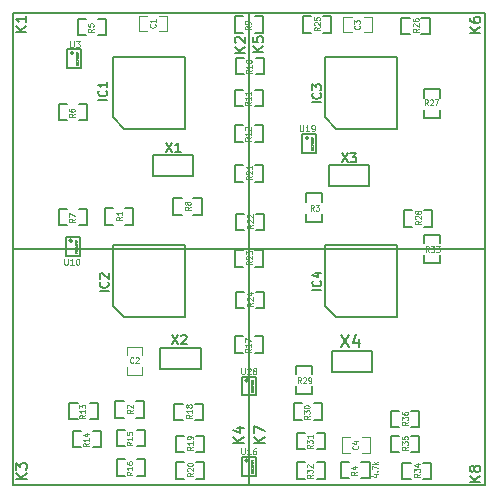
<source format=gto>
G04 (created by PCBNEW (2013-jul-07)-stable) date Tue 06 Dec 2016 12:22:59 PM PST*
%MOIN*%
G04 Gerber Fmt 3.4, Leading zero omitted, Abs format*
%FSLAX34Y34*%
G01*
G70*
G90*
G04 APERTURE LIST*
%ADD10C,0.00590551*%
%ADD11C,0.008*%
%ADD12C,0.0047*%
%ADD13C,0.006*%
%ADD14C,0.005*%
%ADD15C,0.0045*%
%ADD16C,0.004*%
%ADD17C,0.001*%
G04 APERTURE END LIST*
G54D10*
G54D11*
X35266Y-35318D02*
X34916Y-35318D01*
X35266Y-35118D02*
X35066Y-35268D01*
X34916Y-35118D02*
X35116Y-35318D01*
X35066Y-34918D02*
X35050Y-34951D01*
X35033Y-34968D01*
X35000Y-34985D01*
X34983Y-34985D01*
X34950Y-34968D01*
X34933Y-34951D01*
X34916Y-34918D01*
X34916Y-34851D01*
X34933Y-34818D01*
X34950Y-34801D01*
X34983Y-34785D01*
X35000Y-34785D01*
X35033Y-34801D01*
X35050Y-34818D01*
X35066Y-34851D01*
X35066Y-34918D01*
X35083Y-34951D01*
X35100Y-34968D01*
X35133Y-34985D01*
X35200Y-34985D01*
X35233Y-34968D01*
X35250Y-34951D01*
X35266Y-34918D01*
X35266Y-34851D01*
X35250Y-34818D01*
X35233Y-34801D01*
X35200Y-34785D01*
X35133Y-34785D01*
X35100Y-34801D01*
X35083Y-34818D01*
X35066Y-34851D01*
X28091Y-34008D02*
X27741Y-34008D01*
X28091Y-33808D02*
X27891Y-33958D01*
X27741Y-33808D02*
X27941Y-34008D01*
X27741Y-33691D02*
X27741Y-33458D01*
X28091Y-33608D01*
X35276Y-20353D02*
X34926Y-20353D01*
X35276Y-20153D02*
X35076Y-20303D01*
X34926Y-20153D02*
X35126Y-20353D01*
X34926Y-19853D02*
X34926Y-19920D01*
X34943Y-19953D01*
X34960Y-19970D01*
X35010Y-20003D01*
X35076Y-20020D01*
X35210Y-20020D01*
X35243Y-20003D01*
X35260Y-19986D01*
X35276Y-19953D01*
X35276Y-19886D01*
X35260Y-19853D01*
X35243Y-19836D01*
X35210Y-19820D01*
X35126Y-19820D01*
X35093Y-19836D01*
X35076Y-19853D01*
X35060Y-19886D01*
X35060Y-19953D01*
X35076Y-19986D01*
X35093Y-20003D01*
X35126Y-20020D01*
X28041Y-20998D02*
X27691Y-20998D01*
X28041Y-20798D02*
X27841Y-20948D01*
X27691Y-20798D02*
X27891Y-20998D01*
X27691Y-20481D02*
X27691Y-20648D01*
X27858Y-20665D01*
X27841Y-20648D01*
X27825Y-20615D01*
X27825Y-20531D01*
X27841Y-20498D01*
X27858Y-20481D01*
X27891Y-20465D01*
X27975Y-20465D01*
X28008Y-20481D01*
X28025Y-20498D01*
X28041Y-20531D01*
X28041Y-20615D01*
X28025Y-20648D01*
X28008Y-20665D01*
X27391Y-34008D02*
X27041Y-34008D01*
X27391Y-33808D02*
X27191Y-33958D01*
X27041Y-33808D02*
X27241Y-34008D01*
X27158Y-33508D02*
X27391Y-33508D01*
X27025Y-33591D02*
X27275Y-33675D01*
X27275Y-33458D01*
X20146Y-35238D02*
X19796Y-35238D01*
X20146Y-35038D02*
X19946Y-35188D01*
X19796Y-35038D02*
X19996Y-35238D01*
X19796Y-34921D02*
X19796Y-34705D01*
X19930Y-34821D01*
X19930Y-34771D01*
X19946Y-34738D01*
X19963Y-34721D01*
X19996Y-34705D01*
X20080Y-34705D01*
X20113Y-34721D01*
X20130Y-34738D01*
X20146Y-34771D01*
X20146Y-34871D01*
X20130Y-34905D01*
X20113Y-34921D01*
X27431Y-21008D02*
X27081Y-21008D01*
X27431Y-20808D02*
X27231Y-20958D01*
X27081Y-20808D02*
X27281Y-21008D01*
X27115Y-20675D02*
X27098Y-20658D01*
X27081Y-20625D01*
X27081Y-20541D01*
X27098Y-20508D01*
X27115Y-20491D01*
X27148Y-20475D01*
X27181Y-20475D01*
X27231Y-20491D01*
X27431Y-20691D01*
X27431Y-20475D01*
X20141Y-20328D02*
X19791Y-20328D01*
X20141Y-20128D02*
X19941Y-20278D01*
X19791Y-20128D02*
X19991Y-20328D01*
X20141Y-19795D02*
X20141Y-19995D01*
X20141Y-19895D02*
X19791Y-19895D01*
X19841Y-19928D01*
X19875Y-19961D01*
X19891Y-19995D01*
G54D12*
X24173Y-19783D02*
X23898Y-19783D01*
X24567Y-19783D02*
X24842Y-19783D01*
X24173Y-20295D02*
X23898Y-20295D01*
X24842Y-20295D02*
X24567Y-20295D01*
X23898Y-20289D02*
X23898Y-19789D01*
X24842Y-19789D02*
X24842Y-20289D01*
G54D11*
X24370Y-24409D02*
X25708Y-24409D01*
X25708Y-24409D02*
X25708Y-25117D01*
X25708Y-25117D02*
X24370Y-25117D01*
X24370Y-25117D02*
X24370Y-24409D01*
X24606Y-30866D02*
X25944Y-30866D01*
X25944Y-30866D02*
X25944Y-31574D01*
X25944Y-31574D02*
X24606Y-31574D01*
X24606Y-31574D02*
X24606Y-30866D01*
X30236Y-24764D02*
X31574Y-24764D01*
X31574Y-24764D02*
X31574Y-25472D01*
X31574Y-25472D02*
X30236Y-25472D01*
X30236Y-25472D02*
X30236Y-24764D01*
X30315Y-30945D02*
X31653Y-30945D01*
X31653Y-30945D02*
X31653Y-31653D01*
X31653Y-31653D02*
X30315Y-31653D01*
X30315Y-31653D02*
X30315Y-30945D01*
G54D12*
X23484Y-31496D02*
X23484Y-31771D01*
X23484Y-31102D02*
X23484Y-30827D01*
X23996Y-31496D02*
X23996Y-31771D01*
X23996Y-30827D02*
X23996Y-31102D01*
X23990Y-31771D02*
X23490Y-31771D01*
X23490Y-30827D02*
X23990Y-30827D01*
G54D13*
X23012Y-23167D02*
X23012Y-21517D01*
X23012Y-21517D02*
X23012Y-21142D01*
X23012Y-21142D02*
X25412Y-21142D01*
X25412Y-21142D02*
X25412Y-23542D01*
X25412Y-23542D02*
X23387Y-23542D01*
X23387Y-23542D02*
X23012Y-23167D01*
X23012Y-29466D02*
X23012Y-27816D01*
X23012Y-27816D02*
X23012Y-27441D01*
X23012Y-27441D02*
X25412Y-27441D01*
X25412Y-27441D02*
X25412Y-29841D01*
X25412Y-29841D02*
X23387Y-29841D01*
X23387Y-29841D02*
X23012Y-29466D01*
X30099Y-23167D02*
X30099Y-21517D01*
X30099Y-21517D02*
X30099Y-21142D01*
X30099Y-21142D02*
X32499Y-21142D01*
X32499Y-21142D02*
X32499Y-23542D01*
X32499Y-23542D02*
X30474Y-23542D01*
X30474Y-23542D02*
X30099Y-23167D01*
X30099Y-29466D02*
X30099Y-27816D01*
X30099Y-27816D02*
X30099Y-27441D01*
X30099Y-27441D02*
X32499Y-27441D01*
X32499Y-27441D02*
X32499Y-29841D01*
X32499Y-29841D02*
X30474Y-29841D01*
X30474Y-29841D02*
X30099Y-29466D01*
G54D12*
X30984Y-19822D02*
X30709Y-19822D01*
X31378Y-19822D02*
X31653Y-19822D01*
X30984Y-20334D02*
X30709Y-20334D01*
X31653Y-20334D02*
X31378Y-20334D01*
X30709Y-20328D02*
X30709Y-19828D01*
X31653Y-19828D02*
X31653Y-20328D01*
X31319Y-34350D02*
X31594Y-34350D01*
X30925Y-34350D02*
X30650Y-34350D01*
X31319Y-33838D02*
X31594Y-33838D01*
X30650Y-33838D02*
X30925Y-33838D01*
X31594Y-33844D02*
X31594Y-34344D01*
X30650Y-34344D02*
X30650Y-33844D01*
G54D14*
X32558Y-32953D02*
X32280Y-32953D01*
X32280Y-32953D02*
X32280Y-33503D01*
X32280Y-33503D02*
X32558Y-33503D01*
X33230Y-32953D02*
X32952Y-32953D01*
X33230Y-32953D02*
X33230Y-33503D01*
X33230Y-33503D02*
X32952Y-33503D01*
X32558Y-33780D02*
X32280Y-33780D01*
X32280Y-33780D02*
X32280Y-34330D01*
X32280Y-34330D02*
X32558Y-34330D01*
X33230Y-33780D02*
X32952Y-33780D01*
X33230Y-33780D02*
X33230Y-34330D01*
X33230Y-34330D02*
X32952Y-34330D01*
X32952Y-34685D02*
X32674Y-34685D01*
X32674Y-34685D02*
X32674Y-35235D01*
X32674Y-35235D02*
X32952Y-35235D01*
X33624Y-34685D02*
X33346Y-34685D01*
X33624Y-34685D02*
X33624Y-35235D01*
X33624Y-35235D02*
X33346Y-35235D01*
X33936Y-27362D02*
X33936Y-27084D01*
X33936Y-27084D02*
X33386Y-27084D01*
X33386Y-27084D02*
X33386Y-27362D01*
X33936Y-28034D02*
X33936Y-27756D01*
X33936Y-28034D02*
X33386Y-28034D01*
X33386Y-28034D02*
X33386Y-27756D01*
X29822Y-35215D02*
X30100Y-35215D01*
X30100Y-35215D02*
X30100Y-34665D01*
X30100Y-34665D02*
X29822Y-34665D01*
X29150Y-35215D02*
X29428Y-35215D01*
X29150Y-35215D02*
X29150Y-34665D01*
X29150Y-34665D02*
X29428Y-34665D01*
X29822Y-34231D02*
X30100Y-34231D01*
X30100Y-34231D02*
X30100Y-33681D01*
X30100Y-33681D02*
X29822Y-33681D01*
X29150Y-34231D02*
X29428Y-34231D01*
X29150Y-34231D02*
X29150Y-33681D01*
X29150Y-33681D02*
X29428Y-33681D01*
X29724Y-33247D02*
X30002Y-33247D01*
X30002Y-33247D02*
X30002Y-32697D01*
X30002Y-32697D02*
X29724Y-32697D01*
X29052Y-33247D02*
X29330Y-33247D01*
X29052Y-33247D02*
X29052Y-32697D01*
X29052Y-32697D02*
X29330Y-32697D01*
X29664Y-31732D02*
X29664Y-31454D01*
X29664Y-31454D02*
X29114Y-31454D01*
X29114Y-31454D02*
X29114Y-31732D01*
X29664Y-32404D02*
X29664Y-32126D01*
X29664Y-32404D02*
X29114Y-32404D01*
X29114Y-32404D02*
X29114Y-32126D01*
X32991Y-26260D02*
X32713Y-26260D01*
X32713Y-26260D02*
X32713Y-26810D01*
X32713Y-26810D02*
X32991Y-26810D01*
X33663Y-26260D02*
X33385Y-26260D01*
X33663Y-26260D02*
X33663Y-26810D01*
X33663Y-26810D02*
X33385Y-26810D01*
X33386Y-22913D02*
X33386Y-23191D01*
X33386Y-23191D02*
X33936Y-23191D01*
X33936Y-23191D02*
X33936Y-22913D01*
X33386Y-22241D02*
X33386Y-22519D01*
X33386Y-22241D02*
X33936Y-22241D01*
X33936Y-22241D02*
X33936Y-22519D01*
X32913Y-19843D02*
X32635Y-19843D01*
X32635Y-19843D02*
X32635Y-20393D01*
X32635Y-20393D02*
X32913Y-20393D01*
X33585Y-19843D02*
X33307Y-19843D01*
X33585Y-19843D02*
X33585Y-20393D01*
X33585Y-20393D02*
X33307Y-20393D01*
X29625Y-19803D02*
X29347Y-19803D01*
X29347Y-19803D02*
X29347Y-20353D01*
X29347Y-20353D02*
X29625Y-20353D01*
X30297Y-19803D02*
X30019Y-19803D01*
X30297Y-19803D02*
X30297Y-20353D01*
X30297Y-20353D02*
X30019Y-20353D01*
X27401Y-28976D02*
X27123Y-28976D01*
X27123Y-28976D02*
X27123Y-29526D01*
X27123Y-29526D02*
X27401Y-29526D01*
X28073Y-28976D02*
X27795Y-28976D01*
X28073Y-28976D02*
X28073Y-29526D01*
X28073Y-29526D02*
X27795Y-29526D01*
X27362Y-27599D02*
X27084Y-27599D01*
X27084Y-27599D02*
X27084Y-28149D01*
X27084Y-28149D02*
X27362Y-28149D01*
X28034Y-27599D02*
X27756Y-27599D01*
X28034Y-27599D02*
X28034Y-28149D01*
X28034Y-28149D02*
X27756Y-28149D01*
X27401Y-26378D02*
X27123Y-26378D01*
X27123Y-26378D02*
X27123Y-26928D01*
X27123Y-26928D02*
X27401Y-26928D01*
X28073Y-26378D02*
X27795Y-26378D01*
X28073Y-26378D02*
X28073Y-26928D01*
X28073Y-26928D02*
X27795Y-26928D01*
X27362Y-24764D02*
X27084Y-24764D01*
X27084Y-24764D02*
X27084Y-25314D01*
X27084Y-25314D02*
X27362Y-25314D01*
X28034Y-24764D02*
X27756Y-24764D01*
X28034Y-24764D02*
X28034Y-25314D01*
X28034Y-25314D02*
X27756Y-25314D01*
X25393Y-34665D02*
X25115Y-34665D01*
X25115Y-34665D02*
X25115Y-35215D01*
X25115Y-35215D02*
X25393Y-35215D01*
X26065Y-34665D02*
X25787Y-34665D01*
X26065Y-34665D02*
X26065Y-35215D01*
X26065Y-35215D02*
X25787Y-35215D01*
X25393Y-33780D02*
X25115Y-33780D01*
X25115Y-33780D02*
X25115Y-34330D01*
X25115Y-34330D02*
X25393Y-34330D01*
X26065Y-33780D02*
X25787Y-33780D01*
X26065Y-33780D02*
X26065Y-34330D01*
X26065Y-34330D02*
X25787Y-34330D01*
X25354Y-32717D02*
X25076Y-32717D01*
X25076Y-32717D02*
X25076Y-33267D01*
X25076Y-33267D02*
X25354Y-33267D01*
X26026Y-32717D02*
X25748Y-32717D01*
X26026Y-32717D02*
X26026Y-33267D01*
X26026Y-33267D02*
X25748Y-33267D01*
X27756Y-31023D02*
X28034Y-31023D01*
X28034Y-31023D02*
X28034Y-30473D01*
X28034Y-30473D02*
X27756Y-30473D01*
X27084Y-31023D02*
X27362Y-31023D01*
X27084Y-31023D02*
X27084Y-30473D01*
X27084Y-30473D02*
X27362Y-30473D01*
X23819Y-35117D02*
X24097Y-35117D01*
X24097Y-35117D02*
X24097Y-34567D01*
X24097Y-34567D02*
X23819Y-34567D01*
X23147Y-35117D02*
X23425Y-35117D01*
X23147Y-35117D02*
X23147Y-34567D01*
X23147Y-34567D02*
X23425Y-34567D01*
X23819Y-34133D02*
X24097Y-34133D01*
X24097Y-34133D02*
X24097Y-33583D01*
X24097Y-33583D02*
X23819Y-33583D01*
X23147Y-34133D02*
X23425Y-34133D01*
X23147Y-34133D02*
X23147Y-33583D01*
X23147Y-33583D02*
X23425Y-33583D01*
X22362Y-34172D02*
X22640Y-34172D01*
X22640Y-34172D02*
X22640Y-33622D01*
X22640Y-33622D02*
X22362Y-33622D01*
X21690Y-34172D02*
X21968Y-34172D01*
X21690Y-34172D02*
X21690Y-33622D01*
X21690Y-33622D02*
X21968Y-33622D01*
X22244Y-33227D02*
X22522Y-33227D01*
X22522Y-33227D02*
X22522Y-32677D01*
X22522Y-32677D02*
X22244Y-32677D01*
X21572Y-33227D02*
X21850Y-33227D01*
X21572Y-33227D02*
X21572Y-32677D01*
X21572Y-32677D02*
X21850Y-32677D01*
X27756Y-23975D02*
X28034Y-23975D01*
X28034Y-23975D02*
X28034Y-23425D01*
X28034Y-23425D02*
X27756Y-23425D01*
X27084Y-23975D02*
X27362Y-23975D01*
X27084Y-23975D02*
X27084Y-23425D01*
X27084Y-23425D02*
X27362Y-23425D01*
X27756Y-22794D02*
X28034Y-22794D01*
X28034Y-22794D02*
X28034Y-22244D01*
X28034Y-22244D02*
X27756Y-22244D01*
X27084Y-22794D02*
X27362Y-22794D01*
X27084Y-22794D02*
X27084Y-22244D01*
X27084Y-22244D02*
X27362Y-22244D01*
X27795Y-21731D02*
X28073Y-21731D01*
X28073Y-21731D02*
X28073Y-21181D01*
X28073Y-21181D02*
X27795Y-21181D01*
X27123Y-21731D02*
X27401Y-21731D01*
X27123Y-21731D02*
X27123Y-21181D01*
X27123Y-21181D02*
X27401Y-21181D01*
X27756Y-20353D02*
X28034Y-20353D01*
X28034Y-20353D02*
X28034Y-19803D01*
X28034Y-19803D02*
X27756Y-19803D01*
X27084Y-20353D02*
X27362Y-20353D01*
X27084Y-20353D02*
X27084Y-19803D01*
X27084Y-19803D02*
X27362Y-19803D01*
X25314Y-25866D02*
X25036Y-25866D01*
X25036Y-25866D02*
X25036Y-26416D01*
X25036Y-26416D02*
X25314Y-26416D01*
X25986Y-25866D02*
X25708Y-25866D01*
X25986Y-25866D02*
X25986Y-26416D01*
X25986Y-26416D02*
X25708Y-26416D01*
X21889Y-26771D02*
X22167Y-26771D01*
X22167Y-26771D02*
X22167Y-26221D01*
X22167Y-26221D02*
X21889Y-26221D01*
X21217Y-26771D02*
X21495Y-26771D01*
X21217Y-26771D02*
X21217Y-26221D01*
X21217Y-26221D02*
X21495Y-26221D01*
X21889Y-23267D02*
X22167Y-23267D01*
X22167Y-23267D02*
X22167Y-22717D01*
X22167Y-22717D02*
X21889Y-22717D01*
X21217Y-23267D02*
X21495Y-23267D01*
X21217Y-23267D02*
X21217Y-22717D01*
X21217Y-22717D02*
X21495Y-22717D01*
X22519Y-20432D02*
X22797Y-20432D01*
X22797Y-20432D02*
X22797Y-19882D01*
X22797Y-19882D02*
X22519Y-19882D01*
X21847Y-20432D02*
X22125Y-20432D01*
X21847Y-20432D02*
X21847Y-19882D01*
X21847Y-19882D02*
X22125Y-19882D01*
X31299Y-35196D02*
X31577Y-35196D01*
X31577Y-35196D02*
X31577Y-34646D01*
X31577Y-34646D02*
X31299Y-34646D01*
X30627Y-35196D02*
X30905Y-35196D01*
X30627Y-35196D02*
X30627Y-34646D01*
X30627Y-34646D02*
X30905Y-34646D01*
X29999Y-25984D02*
X29999Y-25706D01*
X29999Y-25706D02*
X29449Y-25706D01*
X29449Y-25706D02*
X29449Y-25984D01*
X29999Y-26656D02*
X29999Y-26378D01*
X29999Y-26656D02*
X29449Y-26656D01*
X29449Y-26656D02*
X29449Y-26378D01*
X23385Y-32638D02*
X23107Y-32638D01*
X23107Y-32638D02*
X23107Y-33188D01*
X23107Y-33188D02*
X23385Y-33188D01*
X24057Y-32638D02*
X23779Y-32638D01*
X24057Y-32638D02*
X24057Y-33188D01*
X24057Y-33188D02*
X23779Y-33188D01*
X23031Y-26201D02*
X22753Y-26201D01*
X22753Y-26201D02*
X22753Y-26751D01*
X22753Y-26751D02*
X23031Y-26751D01*
X23703Y-26201D02*
X23425Y-26201D01*
X23703Y-26201D02*
X23703Y-26751D01*
X23703Y-26751D02*
X23425Y-26751D01*
G54D10*
X31496Y-27559D02*
X35433Y-27559D01*
X35433Y-27559D02*
X35433Y-35433D01*
X35433Y-35433D02*
X27559Y-35433D01*
X27559Y-35433D02*
X27559Y-27559D01*
X27559Y-27559D02*
X31692Y-27559D01*
X31496Y-19685D02*
X35433Y-19685D01*
X35433Y-19685D02*
X35433Y-27559D01*
X35433Y-27559D02*
X27559Y-27559D01*
X27559Y-27559D02*
X27559Y-19685D01*
X27559Y-19685D02*
X31692Y-19685D01*
X23622Y-27559D02*
X27559Y-27559D01*
X27559Y-27559D02*
X27559Y-35433D01*
X27559Y-35433D02*
X19685Y-35433D01*
X19685Y-35433D02*
X19685Y-27559D01*
X19685Y-27559D02*
X23818Y-27559D01*
X23622Y-19685D02*
X27559Y-19685D01*
X27559Y-19685D02*
X27559Y-27559D01*
X27559Y-27559D02*
X19685Y-27559D01*
X19685Y-27559D02*
X19685Y-19685D01*
X19685Y-19685D02*
X23818Y-19685D01*
X27535Y-31929D02*
G75*
G03X27535Y-31929I-55J0D01*
G74*
G01*
X27795Y-32440D02*
X27322Y-32440D01*
X27322Y-32440D02*
X27322Y-31811D01*
X27322Y-31811D02*
X27795Y-31811D01*
X27795Y-31811D02*
X27795Y-32440D01*
X29543Y-23858D02*
G75*
G03X29543Y-23858I-55J0D01*
G74*
G01*
X29803Y-24370D02*
X29330Y-24370D01*
X29330Y-24370D02*
X29330Y-23740D01*
X29330Y-23740D02*
X29803Y-23740D01*
X29803Y-23740D02*
X29803Y-24370D01*
X27535Y-34606D02*
G75*
G03X27535Y-34606I-55J0D01*
G74*
G01*
X27795Y-35118D02*
X27322Y-35118D01*
X27322Y-35118D02*
X27322Y-34488D01*
X27322Y-34488D02*
X27795Y-34488D01*
X27795Y-34488D02*
X27795Y-35118D01*
X21669Y-27283D02*
G75*
G03X21669Y-27283I-55J0D01*
G74*
G01*
X21929Y-27795D02*
X21456Y-27795D01*
X21456Y-27795D02*
X21456Y-27165D01*
X21456Y-27165D02*
X21929Y-27165D01*
X21929Y-27165D02*
X21929Y-27795D01*
X21709Y-21023D02*
G75*
G03X21709Y-21023I-55J0D01*
G74*
G01*
X21968Y-21535D02*
X21496Y-21535D01*
X21496Y-21535D02*
X21496Y-20905D01*
X21496Y-20905D02*
X21968Y-20905D01*
X21968Y-20905D02*
X21968Y-21535D01*
G54D15*
X24431Y-20069D02*
X24441Y-20077D01*
X24451Y-20103D01*
X24451Y-20120D01*
X24441Y-20146D01*
X24422Y-20163D01*
X24403Y-20172D01*
X24365Y-20180D01*
X24336Y-20180D01*
X24298Y-20172D01*
X24279Y-20163D01*
X24260Y-20146D01*
X24251Y-20120D01*
X24251Y-20103D01*
X24260Y-20077D01*
X24270Y-20069D01*
X24451Y-19897D02*
X24451Y-20000D01*
X24451Y-19949D02*
X24251Y-19949D01*
X24279Y-19966D01*
X24298Y-19983D01*
X24308Y-20000D01*
G54D13*
X24807Y-24021D02*
X25007Y-24321D01*
X25007Y-24021D02*
X24807Y-24321D01*
X25278Y-24321D02*
X25107Y-24321D01*
X25192Y-24321D02*
X25192Y-24021D01*
X25164Y-24064D01*
X25135Y-24092D01*
X25107Y-24107D01*
X25007Y-30421D02*
X25207Y-30721D01*
X25207Y-30421D02*
X25007Y-30721D01*
X25307Y-30450D02*
X25321Y-30435D01*
X25350Y-30421D01*
X25421Y-30421D01*
X25450Y-30435D01*
X25464Y-30450D01*
X25478Y-30478D01*
X25478Y-30507D01*
X25464Y-30550D01*
X25292Y-30721D01*
X25478Y-30721D01*
X30657Y-24371D02*
X30857Y-24671D01*
X30857Y-24371D02*
X30657Y-24671D01*
X30942Y-24371D02*
X31128Y-24371D01*
X31028Y-24485D01*
X31071Y-24485D01*
X31100Y-24500D01*
X31114Y-24514D01*
X31128Y-24542D01*
X31128Y-24614D01*
X31114Y-24642D01*
X31100Y-24657D01*
X31071Y-24671D01*
X30985Y-24671D01*
X30957Y-24657D01*
X30942Y-24642D01*
G54D11*
X30626Y-30411D02*
X30892Y-30811D01*
X30892Y-30411D02*
X30626Y-30811D01*
X31216Y-30545D02*
X31216Y-30811D01*
X31121Y-30392D02*
X31026Y-30678D01*
X31273Y-30678D01*
G54D15*
X23710Y-31341D02*
X23701Y-31350D01*
X23675Y-31360D01*
X23658Y-31360D01*
X23633Y-31350D01*
X23615Y-31331D01*
X23607Y-31312D01*
X23598Y-31274D01*
X23598Y-31246D01*
X23607Y-31208D01*
X23615Y-31189D01*
X23633Y-31170D01*
X23658Y-31160D01*
X23675Y-31160D01*
X23701Y-31170D01*
X23710Y-31179D01*
X23778Y-31179D02*
X23787Y-31170D01*
X23804Y-31160D01*
X23847Y-31160D01*
X23864Y-31170D01*
X23873Y-31179D01*
X23881Y-31198D01*
X23881Y-31217D01*
X23873Y-31246D01*
X23770Y-31360D01*
X23881Y-31360D01*
G54D13*
X22837Y-22596D02*
X22537Y-22596D01*
X22809Y-22281D02*
X22823Y-22296D01*
X22837Y-22338D01*
X22837Y-22367D01*
X22823Y-22410D01*
X22795Y-22438D01*
X22766Y-22453D01*
X22709Y-22467D01*
X22666Y-22467D01*
X22609Y-22453D01*
X22580Y-22438D01*
X22552Y-22410D01*
X22537Y-22367D01*
X22537Y-22338D01*
X22552Y-22296D01*
X22566Y-22281D01*
X22837Y-21996D02*
X22837Y-22167D01*
X22837Y-22081D02*
X22537Y-22081D01*
X22580Y-22110D01*
X22609Y-22138D01*
X22623Y-22167D01*
X22877Y-28973D02*
X22577Y-28973D01*
X22848Y-28659D02*
X22863Y-28673D01*
X22877Y-28716D01*
X22877Y-28745D01*
X22863Y-28788D01*
X22834Y-28816D01*
X22805Y-28831D01*
X22748Y-28845D01*
X22705Y-28845D01*
X22648Y-28831D01*
X22620Y-28816D01*
X22591Y-28788D01*
X22577Y-28745D01*
X22577Y-28716D01*
X22591Y-28673D01*
X22605Y-28659D01*
X22605Y-28545D02*
X22591Y-28531D01*
X22577Y-28502D01*
X22577Y-28431D01*
X22591Y-28402D01*
X22605Y-28388D01*
X22634Y-28373D01*
X22663Y-28373D01*
X22705Y-28388D01*
X22877Y-28559D01*
X22877Y-28373D01*
X29963Y-22674D02*
X29663Y-22674D01*
X29935Y-22360D02*
X29949Y-22374D01*
X29963Y-22417D01*
X29963Y-22446D01*
X29949Y-22489D01*
X29921Y-22517D01*
X29892Y-22531D01*
X29835Y-22546D01*
X29792Y-22546D01*
X29735Y-22531D01*
X29706Y-22517D01*
X29678Y-22489D01*
X29663Y-22446D01*
X29663Y-22417D01*
X29678Y-22374D01*
X29692Y-22360D01*
X29663Y-22260D02*
X29663Y-22074D01*
X29778Y-22174D01*
X29778Y-22131D01*
X29792Y-22103D01*
X29806Y-22089D01*
X29835Y-22074D01*
X29906Y-22074D01*
X29935Y-22089D01*
X29949Y-22103D01*
X29963Y-22131D01*
X29963Y-22217D01*
X29949Y-22246D01*
X29935Y-22260D01*
X29963Y-28934D02*
X29663Y-28934D01*
X29935Y-28620D02*
X29949Y-28634D01*
X29963Y-28677D01*
X29963Y-28706D01*
X29949Y-28748D01*
X29921Y-28777D01*
X29892Y-28791D01*
X29835Y-28806D01*
X29792Y-28806D01*
X29735Y-28791D01*
X29706Y-28777D01*
X29678Y-28748D01*
X29663Y-28706D01*
X29663Y-28677D01*
X29678Y-28634D01*
X29692Y-28620D01*
X29763Y-28363D02*
X29963Y-28363D01*
X29649Y-28434D02*
X29863Y-28506D01*
X29863Y-28320D01*
G54D15*
X31243Y-20108D02*
X31252Y-20117D01*
X31262Y-20143D01*
X31262Y-20160D01*
X31252Y-20185D01*
X31233Y-20203D01*
X31214Y-20211D01*
X31176Y-20220D01*
X31147Y-20220D01*
X31109Y-20211D01*
X31090Y-20203D01*
X31071Y-20185D01*
X31062Y-20160D01*
X31062Y-20143D01*
X31071Y-20117D01*
X31081Y-20108D01*
X31062Y-20048D02*
X31062Y-19937D01*
X31138Y-19997D01*
X31138Y-19971D01*
X31147Y-19954D01*
X31157Y-19945D01*
X31176Y-19937D01*
X31223Y-19937D01*
X31243Y-19945D01*
X31252Y-19954D01*
X31262Y-19971D01*
X31262Y-20023D01*
X31252Y-20040D01*
X31243Y-20048D01*
X31183Y-34124D02*
X31193Y-34133D01*
X31202Y-34158D01*
X31202Y-34175D01*
X31193Y-34201D01*
X31174Y-34218D01*
X31155Y-34227D01*
X31117Y-34235D01*
X31088Y-34235D01*
X31050Y-34227D01*
X31031Y-34218D01*
X31012Y-34201D01*
X31002Y-34175D01*
X31002Y-34158D01*
X31012Y-34133D01*
X31022Y-34124D01*
X31069Y-33970D02*
X31202Y-33970D01*
X30993Y-34013D02*
X31136Y-34055D01*
X31136Y-33944D01*
X32860Y-33319D02*
X32766Y-33379D01*
X32860Y-33421D02*
X32663Y-33421D01*
X32663Y-33353D01*
X32673Y-33336D01*
X32682Y-33327D01*
X32701Y-33319D01*
X32729Y-33319D01*
X32748Y-33327D01*
X32757Y-33336D01*
X32766Y-33353D01*
X32766Y-33421D01*
X32663Y-33259D02*
X32663Y-33147D01*
X32738Y-33207D01*
X32738Y-33181D01*
X32748Y-33164D01*
X32757Y-33156D01*
X32776Y-33147D01*
X32823Y-33147D01*
X32841Y-33156D01*
X32851Y-33164D01*
X32860Y-33181D01*
X32860Y-33233D01*
X32851Y-33250D01*
X32841Y-33259D01*
X32663Y-32993D02*
X32663Y-33027D01*
X32673Y-33044D01*
X32682Y-33053D01*
X32710Y-33070D01*
X32748Y-33079D01*
X32823Y-33079D01*
X32841Y-33070D01*
X32851Y-33061D01*
X32860Y-33044D01*
X32860Y-33010D01*
X32851Y-32993D01*
X32841Y-32984D01*
X32823Y-32976D01*
X32776Y-32976D01*
X32757Y-32984D01*
X32748Y-32993D01*
X32738Y-33010D01*
X32738Y-33044D01*
X32748Y-33061D01*
X32757Y-33070D01*
X32776Y-33079D01*
X32860Y-34145D02*
X32766Y-34205D01*
X32860Y-34248D02*
X32663Y-34248D01*
X32663Y-34180D01*
X32673Y-34162D01*
X32682Y-34154D01*
X32701Y-34145D01*
X32729Y-34145D01*
X32748Y-34154D01*
X32757Y-34162D01*
X32766Y-34180D01*
X32766Y-34248D01*
X32663Y-34085D02*
X32663Y-33974D01*
X32738Y-34034D01*
X32738Y-34008D01*
X32748Y-33991D01*
X32757Y-33982D01*
X32776Y-33974D01*
X32823Y-33974D01*
X32841Y-33982D01*
X32851Y-33991D01*
X32860Y-34008D01*
X32860Y-34060D01*
X32851Y-34077D01*
X32841Y-34085D01*
X32663Y-33811D02*
X32663Y-33897D01*
X32757Y-33905D01*
X32748Y-33897D01*
X32738Y-33880D01*
X32738Y-33837D01*
X32748Y-33820D01*
X32757Y-33811D01*
X32776Y-33802D01*
X32823Y-33802D01*
X32841Y-33811D01*
X32851Y-33820D01*
X32860Y-33837D01*
X32860Y-33880D01*
X32851Y-33897D01*
X32841Y-33905D01*
X33254Y-35051D02*
X33160Y-35111D01*
X33254Y-35154D02*
X33057Y-35154D01*
X33057Y-35085D01*
X33066Y-35068D01*
X33076Y-35059D01*
X33094Y-35051D01*
X33123Y-35051D01*
X33141Y-35059D01*
X33151Y-35068D01*
X33160Y-35085D01*
X33160Y-35154D01*
X33057Y-34991D02*
X33057Y-34879D01*
X33132Y-34939D01*
X33132Y-34914D01*
X33141Y-34897D01*
X33151Y-34888D01*
X33169Y-34879D01*
X33216Y-34879D01*
X33235Y-34888D01*
X33244Y-34897D01*
X33254Y-34914D01*
X33254Y-34965D01*
X33244Y-34982D01*
X33235Y-34991D01*
X33123Y-34725D02*
X33254Y-34725D01*
X33047Y-34768D02*
X33188Y-34811D01*
X33188Y-34699D01*
X33570Y-27663D02*
X33510Y-27569D01*
X33467Y-27663D02*
X33467Y-27466D01*
X33536Y-27466D01*
X33553Y-27476D01*
X33562Y-27485D01*
X33570Y-27504D01*
X33570Y-27532D01*
X33562Y-27551D01*
X33553Y-27560D01*
X33536Y-27569D01*
X33467Y-27569D01*
X33630Y-27466D02*
X33742Y-27466D01*
X33682Y-27541D01*
X33707Y-27541D01*
X33724Y-27551D01*
X33733Y-27560D01*
X33742Y-27579D01*
X33742Y-27626D01*
X33733Y-27645D01*
X33724Y-27654D01*
X33707Y-27663D01*
X33656Y-27663D01*
X33639Y-27654D01*
X33630Y-27645D01*
X33802Y-27466D02*
X33913Y-27466D01*
X33853Y-27541D01*
X33879Y-27541D01*
X33896Y-27551D01*
X33904Y-27560D01*
X33913Y-27579D01*
X33913Y-27626D01*
X33904Y-27645D01*
X33896Y-27654D01*
X33879Y-27663D01*
X33827Y-27663D01*
X33810Y-27654D01*
X33802Y-27645D01*
X29680Y-35081D02*
X29586Y-35141D01*
X29680Y-35184D02*
X29483Y-35184D01*
X29483Y-35115D01*
X29493Y-35098D01*
X29502Y-35090D01*
X29521Y-35081D01*
X29549Y-35081D01*
X29568Y-35090D01*
X29577Y-35098D01*
X29586Y-35115D01*
X29586Y-35184D01*
X29483Y-35021D02*
X29483Y-34910D01*
X29558Y-34970D01*
X29558Y-34944D01*
X29568Y-34927D01*
X29577Y-34918D01*
X29596Y-34910D01*
X29643Y-34910D01*
X29661Y-34918D01*
X29671Y-34927D01*
X29680Y-34944D01*
X29680Y-34995D01*
X29671Y-35013D01*
X29661Y-35021D01*
X29502Y-34841D02*
X29493Y-34833D01*
X29483Y-34815D01*
X29483Y-34773D01*
X29493Y-34755D01*
X29502Y-34747D01*
X29521Y-34738D01*
X29540Y-34738D01*
X29568Y-34747D01*
X29680Y-34850D01*
X29680Y-34738D01*
X29680Y-34097D02*
X29586Y-34157D01*
X29680Y-34200D02*
X29483Y-34200D01*
X29483Y-34131D01*
X29493Y-34114D01*
X29502Y-34105D01*
X29521Y-34097D01*
X29549Y-34097D01*
X29568Y-34105D01*
X29577Y-34114D01*
X29586Y-34131D01*
X29586Y-34200D01*
X29483Y-34037D02*
X29483Y-33925D01*
X29558Y-33985D01*
X29558Y-33960D01*
X29568Y-33943D01*
X29577Y-33934D01*
X29596Y-33925D01*
X29643Y-33925D01*
X29661Y-33934D01*
X29671Y-33943D01*
X29680Y-33960D01*
X29680Y-34011D01*
X29671Y-34028D01*
X29661Y-34037D01*
X29680Y-33754D02*
X29680Y-33857D01*
X29680Y-33805D02*
X29483Y-33805D01*
X29511Y-33823D01*
X29530Y-33840D01*
X29540Y-33857D01*
X29582Y-33113D02*
X29488Y-33173D01*
X29582Y-33216D02*
X29385Y-33216D01*
X29385Y-33147D01*
X29394Y-33130D01*
X29404Y-33121D01*
X29422Y-33113D01*
X29450Y-33113D01*
X29469Y-33121D01*
X29479Y-33130D01*
X29488Y-33147D01*
X29488Y-33216D01*
X29385Y-33053D02*
X29385Y-32941D01*
X29460Y-33001D01*
X29460Y-32976D01*
X29469Y-32958D01*
X29479Y-32950D01*
X29497Y-32941D01*
X29544Y-32941D01*
X29563Y-32950D01*
X29572Y-32958D01*
X29582Y-32976D01*
X29582Y-33027D01*
X29572Y-33044D01*
X29563Y-33053D01*
X29385Y-32830D02*
X29385Y-32813D01*
X29394Y-32796D01*
X29404Y-32787D01*
X29422Y-32778D01*
X29460Y-32770D01*
X29507Y-32770D01*
X29544Y-32778D01*
X29563Y-32787D01*
X29572Y-32796D01*
X29582Y-32813D01*
X29582Y-32830D01*
X29572Y-32847D01*
X29563Y-32856D01*
X29544Y-32864D01*
X29507Y-32873D01*
X29460Y-32873D01*
X29422Y-32864D01*
X29404Y-32856D01*
X29394Y-32847D01*
X29385Y-32830D01*
X29299Y-32033D02*
X29239Y-31940D01*
X29196Y-32033D02*
X29196Y-31836D01*
X29264Y-31836D01*
X29281Y-31846D01*
X29290Y-31855D01*
X29299Y-31874D01*
X29299Y-31902D01*
X29290Y-31921D01*
X29281Y-31930D01*
X29264Y-31940D01*
X29196Y-31940D01*
X29367Y-31855D02*
X29376Y-31846D01*
X29393Y-31836D01*
X29436Y-31836D01*
X29453Y-31846D01*
X29461Y-31855D01*
X29470Y-31874D01*
X29470Y-31893D01*
X29461Y-31921D01*
X29359Y-32033D01*
X29470Y-32033D01*
X29556Y-32033D02*
X29590Y-32033D01*
X29607Y-32024D01*
X29616Y-32015D01*
X29633Y-31986D01*
X29641Y-31949D01*
X29641Y-31874D01*
X29633Y-31855D01*
X29624Y-31846D01*
X29607Y-31836D01*
X29573Y-31836D01*
X29556Y-31846D01*
X29547Y-31855D01*
X29539Y-31874D01*
X29539Y-31921D01*
X29547Y-31940D01*
X29556Y-31949D01*
X29573Y-31958D01*
X29607Y-31958D01*
X29624Y-31949D01*
X29633Y-31940D01*
X29641Y-31921D01*
X33293Y-26626D02*
X33199Y-26686D01*
X33293Y-26729D02*
X33096Y-26729D01*
X33096Y-26660D01*
X33106Y-26643D01*
X33115Y-26634D01*
X33134Y-26626D01*
X33162Y-26626D01*
X33181Y-26634D01*
X33190Y-26643D01*
X33199Y-26660D01*
X33199Y-26729D01*
X33115Y-26557D02*
X33106Y-26549D01*
X33096Y-26531D01*
X33096Y-26489D01*
X33106Y-26471D01*
X33115Y-26463D01*
X33134Y-26454D01*
X33153Y-26454D01*
X33181Y-26463D01*
X33293Y-26566D01*
X33293Y-26454D01*
X33181Y-26351D02*
X33171Y-26369D01*
X33162Y-26377D01*
X33143Y-26386D01*
X33134Y-26386D01*
X33115Y-26377D01*
X33106Y-26369D01*
X33096Y-26351D01*
X33096Y-26317D01*
X33106Y-26300D01*
X33115Y-26291D01*
X33134Y-26283D01*
X33143Y-26283D01*
X33162Y-26291D01*
X33171Y-26300D01*
X33181Y-26317D01*
X33181Y-26351D01*
X33190Y-26369D01*
X33199Y-26377D01*
X33218Y-26386D01*
X33256Y-26386D01*
X33274Y-26377D01*
X33284Y-26369D01*
X33293Y-26351D01*
X33293Y-26317D01*
X33284Y-26300D01*
X33274Y-26291D01*
X33256Y-26283D01*
X33218Y-26283D01*
X33199Y-26291D01*
X33190Y-26300D01*
X33181Y-26317D01*
X33520Y-22771D02*
X33460Y-22677D01*
X33417Y-22771D02*
X33417Y-22574D01*
X33486Y-22574D01*
X33503Y-22583D01*
X33512Y-22593D01*
X33520Y-22611D01*
X33520Y-22639D01*
X33512Y-22658D01*
X33503Y-22668D01*
X33486Y-22677D01*
X33417Y-22677D01*
X33589Y-22593D02*
X33597Y-22583D01*
X33614Y-22574D01*
X33657Y-22574D01*
X33674Y-22583D01*
X33683Y-22593D01*
X33692Y-22611D01*
X33692Y-22630D01*
X33683Y-22658D01*
X33580Y-22771D01*
X33692Y-22771D01*
X33752Y-22574D02*
X33872Y-22574D01*
X33794Y-22771D01*
X33214Y-20208D02*
X33121Y-20268D01*
X33214Y-20311D02*
X33017Y-20311D01*
X33017Y-20243D01*
X33027Y-20225D01*
X33036Y-20217D01*
X33055Y-20208D01*
X33083Y-20208D01*
X33102Y-20217D01*
X33111Y-20225D01*
X33121Y-20243D01*
X33121Y-20311D01*
X33036Y-20140D02*
X33027Y-20131D01*
X33017Y-20114D01*
X33017Y-20071D01*
X33027Y-20054D01*
X33036Y-20045D01*
X33055Y-20037D01*
X33074Y-20037D01*
X33102Y-20045D01*
X33214Y-20148D01*
X33214Y-20037D01*
X33017Y-19883D02*
X33017Y-19917D01*
X33027Y-19934D01*
X33036Y-19943D01*
X33064Y-19960D01*
X33102Y-19968D01*
X33177Y-19968D01*
X33196Y-19960D01*
X33205Y-19951D01*
X33214Y-19934D01*
X33214Y-19900D01*
X33205Y-19883D01*
X33196Y-19874D01*
X33177Y-19865D01*
X33130Y-19865D01*
X33111Y-19874D01*
X33102Y-19883D01*
X33093Y-19900D01*
X33093Y-19934D01*
X33102Y-19951D01*
X33111Y-19960D01*
X33130Y-19968D01*
X29927Y-20169D02*
X29833Y-20229D01*
X29927Y-20272D02*
X29730Y-20272D01*
X29730Y-20203D01*
X29739Y-20186D01*
X29749Y-20178D01*
X29768Y-20169D01*
X29796Y-20169D01*
X29815Y-20178D01*
X29824Y-20186D01*
X29833Y-20203D01*
X29833Y-20272D01*
X29749Y-20100D02*
X29739Y-20092D01*
X29730Y-20075D01*
X29730Y-20032D01*
X29739Y-20015D01*
X29749Y-20006D01*
X29768Y-19998D01*
X29786Y-19998D01*
X29815Y-20006D01*
X29927Y-20109D01*
X29927Y-19998D01*
X29730Y-19835D02*
X29730Y-19920D01*
X29824Y-19929D01*
X29815Y-19920D01*
X29805Y-19903D01*
X29805Y-19860D01*
X29815Y-19843D01*
X29824Y-19835D01*
X29843Y-19826D01*
X29890Y-19826D01*
X29908Y-19835D01*
X29918Y-19843D01*
X29927Y-19860D01*
X29927Y-19903D01*
X29918Y-19920D01*
X29908Y-19929D01*
X27703Y-29342D02*
X27609Y-29402D01*
X27703Y-29445D02*
X27506Y-29445D01*
X27506Y-29376D01*
X27515Y-29359D01*
X27524Y-29351D01*
X27543Y-29342D01*
X27571Y-29342D01*
X27590Y-29351D01*
X27599Y-29359D01*
X27609Y-29376D01*
X27609Y-29445D01*
X27524Y-29274D02*
X27515Y-29265D01*
X27506Y-29248D01*
X27506Y-29205D01*
X27515Y-29188D01*
X27524Y-29179D01*
X27543Y-29171D01*
X27562Y-29171D01*
X27590Y-29179D01*
X27703Y-29282D01*
X27703Y-29171D01*
X27571Y-29016D02*
X27703Y-29016D01*
X27496Y-29059D02*
X27637Y-29102D01*
X27637Y-28991D01*
X27663Y-27964D02*
X27569Y-28024D01*
X27663Y-28067D02*
X27466Y-28067D01*
X27466Y-27999D01*
X27476Y-27981D01*
X27485Y-27973D01*
X27504Y-27964D01*
X27532Y-27964D01*
X27551Y-27973D01*
X27560Y-27981D01*
X27569Y-27999D01*
X27569Y-28067D01*
X27485Y-27896D02*
X27476Y-27887D01*
X27466Y-27870D01*
X27466Y-27827D01*
X27476Y-27810D01*
X27485Y-27801D01*
X27504Y-27793D01*
X27523Y-27793D01*
X27551Y-27801D01*
X27663Y-27904D01*
X27663Y-27793D01*
X27466Y-27733D02*
X27466Y-27621D01*
X27541Y-27681D01*
X27541Y-27656D01*
X27551Y-27639D01*
X27560Y-27630D01*
X27579Y-27621D01*
X27626Y-27621D01*
X27645Y-27630D01*
X27654Y-27639D01*
X27663Y-27656D01*
X27663Y-27707D01*
X27654Y-27724D01*
X27645Y-27733D01*
X27703Y-26744D02*
X27609Y-26804D01*
X27703Y-26847D02*
X27506Y-26847D01*
X27506Y-26778D01*
X27515Y-26761D01*
X27524Y-26752D01*
X27543Y-26744D01*
X27571Y-26744D01*
X27590Y-26752D01*
X27599Y-26761D01*
X27609Y-26778D01*
X27609Y-26847D01*
X27524Y-26675D02*
X27515Y-26667D01*
X27506Y-26649D01*
X27506Y-26607D01*
X27515Y-26589D01*
X27524Y-26581D01*
X27543Y-26572D01*
X27562Y-26572D01*
X27590Y-26581D01*
X27703Y-26684D01*
X27703Y-26572D01*
X27524Y-26504D02*
X27515Y-26495D01*
X27506Y-26478D01*
X27506Y-26435D01*
X27515Y-26418D01*
X27524Y-26409D01*
X27543Y-26401D01*
X27562Y-26401D01*
X27590Y-26409D01*
X27703Y-26512D01*
X27703Y-26401D01*
X27663Y-25130D02*
X27569Y-25190D01*
X27663Y-25232D02*
X27466Y-25232D01*
X27466Y-25164D01*
X27476Y-25147D01*
X27485Y-25138D01*
X27504Y-25130D01*
X27532Y-25130D01*
X27551Y-25138D01*
X27560Y-25147D01*
X27569Y-25164D01*
X27569Y-25232D01*
X27485Y-25061D02*
X27476Y-25052D01*
X27466Y-25035D01*
X27466Y-24992D01*
X27476Y-24975D01*
X27485Y-24967D01*
X27504Y-24958D01*
X27523Y-24958D01*
X27551Y-24967D01*
X27663Y-25070D01*
X27663Y-24958D01*
X27663Y-24787D02*
X27663Y-24890D01*
X27663Y-24838D02*
X27466Y-24838D01*
X27494Y-24855D01*
X27513Y-24872D01*
X27523Y-24890D01*
X25695Y-35031D02*
X25601Y-35091D01*
X25695Y-35134D02*
X25498Y-35134D01*
X25498Y-35065D01*
X25507Y-35048D01*
X25517Y-35040D01*
X25535Y-35031D01*
X25563Y-35031D01*
X25582Y-35040D01*
X25592Y-35048D01*
X25601Y-35065D01*
X25601Y-35134D01*
X25517Y-34963D02*
X25507Y-34954D01*
X25498Y-34937D01*
X25498Y-34894D01*
X25507Y-34877D01*
X25517Y-34868D01*
X25535Y-34860D01*
X25554Y-34860D01*
X25582Y-34868D01*
X25695Y-34971D01*
X25695Y-34860D01*
X25498Y-34748D02*
X25498Y-34731D01*
X25507Y-34714D01*
X25517Y-34705D01*
X25535Y-34697D01*
X25573Y-34688D01*
X25620Y-34688D01*
X25657Y-34697D01*
X25676Y-34705D01*
X25685Y-34714D01*
X25695Y-34731D01*
X25695Y-34748D01*
X25685Y-34765D01*
X25676Y-34774D01*
X25657Y-34783D01*
X25620Y-34791D01*
X25573Y-34791D01*
X25535Y-34783D01*
X25517Y-34774D01*
X25507Y-34765D01*
X25498Y-34748D01*
X25695Y-34145D02*
X25601Y-34205D01*
X25695Y-34248D02*
X25498Y-34248D01*
X25498Y-34180D01*
X25507Y-34162D01*
X25517Y-34154D01*
X25535Y-34145D01*
X25563Y-34145D01*
X25582Y-34154D01*
X25592Y-34162D01*
X25601Y-34180D01*
X25601Y-34248D01*
X25695Y-33974D02*
X25695Y-34077D01*
X25695Y-34025D02*
X25498Y-34025D01*
X25526Y-34042D01*
X25545Y-34060D01*
X25554Y-34077D01*
X25695Y-33888D02*
X25695Y-33854D01*
X25685Y-33837D01*
X25676Y-33828D01*
X25648Y-33811D01*
X25610Y-33802D01*
X25535Y-33802D01*
X25517Y-33811D01*
X25507Y-33820D01*
X25498Y-33837D01*
X25498Y-33871D01*
X25507Y-33888D01*
X25517Y-33897D01*
X25535Y-33905D01*
X25582Y-33905D01*
X25601Y-33897D01*
X25610Y-33888D01*
X25620Y-33871D01*
X25620Y-33837D01*
X25610Y-33820D01*
X25601Y-33811D01*
X25582Y-33802D01*
X25655Y-33082D02*
X25562Y-33142D01*
X25655Y-33185D02*
X25458Y-33185D01*
X25458Y-33117D01*
X25468Y-33099D01*
X25477Y-33091D01*
X25496Y-33082D01*
X25524Y-33082D01*
X25543Y-33091D01*
X25552Y-33099D01*
X25562Y-33117D01*
X25562Y-33185D01*
X25655Y-32911D02*
X25655Y-33014D01*
X25655Y-32962D02*
X25458Y-32962D01*
X25487Y-32979D01*
X25505Y-32997D01*
X25515Y-33014D01*
X25543Y-32808D02*
X25533Y-32825D01*
X25524Y-32834D01*
X25505Y-32842D01*
X25496Y-32842D01*
X25477Y-32834D01*
X25468Y-32825D01*
X25458Y-32808D01*
X25458Y-32774D01*
X25468Y-32757D01*
X25477Y-32748D01*
X25496Y-32739D01*
X25505Y-32739D01*
X25524Y-32748D01*
X25533Y-32757D01*
X25543Y-32774D01*
X25543Y-32808D01*
X25552Y-32825D01*
X25562Y-32834D01*
X25580Y-32842D01*
X25618Y-32842D01*
X25637Y-32834D01*
X25646Y-32825D01*
X25655Y-32808D01*
X25655Y-32774D01*
X25646Y-32757D01*
X25637Y-32748D01*
X25618Y-32739D01*
X25580Y-32739D01*
X25562Y-32748D01*
X25552Y-32757D01*
X25543Y-32774D01*
X27613Y-30888D02*
X27519Y-30948D01*
X27613Y-30991D02*
X27416Y-30991D01*
X27416Y-30923D01*
X27426Y-30905D01*
X27435Y-30897D01*
X27454Y-30888D01*
X27482Y-30888D01*
X27501Y-30897D01*
X27510Y-30905D01*
X27519Y-30923D01*
X27519Y-30991D01*
X27613Y-30717D02*
X27613Y-30820D01*
X27613Y-30768D02*
X27416Y-30768D01*
X27444Y-30785D01*
X27463Y-30803D01*
X27473Y-30820D01*
X27416Y-30657D02*
X27416Y-30537D01*
X27613Y-30614D01*
X23676Y-34983D02*
X23582Y-35043D01*
X23676Y-35086D02*
X23479Y-35086D01*
X23479Y-35017D01*
X23489Y-35000D01*
X23498Y-34991D01*
X23517Y-34983D01*
X23545Y-34983D01*
X23564Y-34991D01*
X23573Y-35000D01*
X23582Y-35017D01*
X23582Y-35086D01*
X23676Y-34811D02*
X23676Y-34914D01*
X23676Y-34863D02*
X23479Y-34863D01*
X23507Y-34880D01*
X23526Y-34897D01*
X23536Y-34914D01*
X23479Y-34657D02*
X23479Y-34691D01*
X23489Y-34708D01*
X23498Y-34717D01*
X23526Y-34734D01*
X23564Y-34743D01*
X23639Y-34743D01*
X23658Y-34734D01*
X23667Y-34726D01*
X23676Y-34708D01*
X23676Y-34674D01*
X23667Y-34657D01*
X23658Y-34648D01*
X23639Y-34640D01*
X23592Y-34640D01*
X23573Y-34648D01*
X23564Y-34657D01*
X23554Y-34674D01*
X23554Y-34708D01*
X23564Y-34726D01*
X23573Y-34734D01*
X23592Y-34743D01*
X23676Y-33998D02*
X23582Y-34058D01*
X23676Y-34101D02*
X23479Y-34101D01*
X23479Y-34033D01*
X23489Y-34016D01*
X23498Y-34007D01*
X23517Y-33998D01*
X23545Y-33998D01*
X23564Y-34007D01*
X23573Y-34016D01*
X23582Y-34033D01*
X23582Y-34101D01*
X23676Y-33827D02*
X23676Y-33930D01*
X23676Y-33878D02*
X23479Y-33878D01*
X23507Y-33896D01*
X23526Y-33913D01*
X23536Y-33930D01*
X23479Y-33664D02*
X23479Y-33750D01*
X23573Y-33758D01*
X23564Y-33750D01*
X23554Y-33733D01*
X23554Y-33690D01*
X23564Y-33673D01*
X23573Y-33664D01*
X23592Y-33656D01*
X23639Y-33656D01*
X23658Y-33664D01*
X23667Y-33673D01*
X23676Y-33690D01*
X23676Y-33733D01*
X23667Y-33750D01*
X23658Y-33758D01*
X22220Y-34038D02*
X22126Y-34098D01*
X22220Y-34141D02*
X22023Y-34141D01*
X22023Y-34072D01*
X22032Y-34055D01*
X22041Y-34046D01*
X22060Y-34038D01*
X22088Y-34038D01*
X22107Y-34046D01*
X22116Y-34055D01*
X22126Y-34072D01*
X22126Y-34141D01*
X22220Y-33866D02*
X22220Y-33969D01*
X22220Y-33918D02*
X22023Y-33918D01*
X22051Y-33935D01*
X22069Y-33952D01*
X22079Y-33969D01*
X22088Y-33712D02*
X22220Y-33712D01*
X22013Y-33755D02*
X22154Y-33798D01*
X22154Y-33686D01*
X22101Y-33093D02*
X22008Y-33153D01*
X22101Y-33196D02*
X21904Y-33196D01*
X21904Y-33127D01*
X21914Y-33110D01*
X21923Y-33102D01*
X21942Y-33093D01*
X21970Y-33093D01*
X21989Y-33102D01*
X21998Y-33110D01*
X22008Y-33127D01*
X22008Y-33196D01*
X22101Y-32922D02*
X22101Y-33024D01*
X22101Y-32973D02*
X21904Y-32973D01*
X21933Y-32990D01*
X21951Y-33007D01*
X21961Y-33024D01*
X21904Y-32862D02*
X21904Y-32750D01*
X21980Y-32810D01*
X21980Y-32784D01*
X21989Y-32767D01*
X21998Y-32759D01*
X22017Y-32750D01*
X22064Y-32750D01*
X22083Y-32759D01*
X22092Y-32767D01*
X22101Y-32784D01*
X22101Y-32836D01*
X22092Y-32853D01*
X22083Y-32862D01*
X27613Y-23841D02*
X27519Y-23901D01*
X27613Y-23944D02*
X27416Y-23944D01*
X27416Y-23875D01*
X27426Y-23858D01*
X27435Y-23850D01*
X27454Y-23841D01*
X27482Y-23841D01*
X27501Y-23850D01*
X27510Y-23858D01*
X27519Y-23875D01*
X27519Y-23944D01*
X27613Y-23670D02*
X27613Y-23772D01*
X27613Y-23721D02*
X27416Y-23721D01*
X27444Y-23738D01*
X27463Y-23755D01*
X27473Y-23772D01*
X27435Y-23601D02*
X27426Y-23592D01*
X27416Y-23575D01*
X27416Y-23532D01*
X27426Y-23515D01*
X27435Y-23507D01*
X27454Y-23498D01*
X27473Y-23498D01*
X27501Y-23507D01*
X27613Y-23610D01*
X27613Y-23498D01*
X27613Y-22660D02*
X27519Y-22720D01*
X27613Y-22763D02*
X27416Y-22763D01*
X27416Y-22694D01*
X27426Y-22677D01*
X27435Y-22668D01*
X27454Y-22660D01*
X27482Y-22660D01*
X27501Y-22668D01*
X27510Y-22677D01*
X27519Y-22694D01*
X27519Y-22763D01*
X27613Y-22488D02*
X27613Y-22591D01*
X27613Y-22540D02*
X27416Y-22540D01*
X27444Y-22557D01*
X27463Y-22574D01*
X27473Y-22591D01*
X27613Y-22317D02*
X27613Y-22420D01*
X27613Y-22368D02*
X27416Y-22368D01*
X27444Y-22386D01*
X27463Y-22403D01*
X27473Y-22420D01*
X27653Y-21597D02*
X27559Y-21657D01*
X27653Y-21700D02*
X27456Y-21700D01*
X27456Y-21631D01*
X27465Y-21614D01*
X27474Y-21605D01*
X27493Y-21597D01*
X27521Y-21597D01*
X27540Y-21605D01*
X27549Y-21614D01*
X27559Y-21631D01*
X27559Y-21700D01*
X27653Y-21425D02*
X27653Y-21528D01*
X27653Y-21477D02*
X27456Y-21477D01*
X27484Y-21494D01*
X27503Y-21511D01*
X27512Y-21528D01*
X27456Y-21314D02*
X27456Y-21297D01*
X27465Y-21280D01*
X27474Y-21271D01*
X27493Y-21263D01*
X27531Y-21254D01*
X27578Y-21254D01*
X27615Y-21263D01*
X27634Y-21271D01*
X27643Y-21280D01*
X27653Y-21297D01*
X27653Y-21314D01*
X27643Y-21331D01*
X27634Y-21340D01*
X27615Y-21348D01*
X27578Y-21357D01*
X27531Y-21357D01*
X27493Y-21348D01*
X27474Y-21340D01*
X27465Y-21331D01*
X27456Y-21314D01*
X27613Y-20133D02*
X27519Y-20193D01*
X27613Y-20236D02*
X27416Y-20236D01*
X27416Y-20168D01*
X27426Y-20150D01*
X27435Y-20142D01*
X27454Y-20133D01*
X27482Y-20133D01*
X27501Y-20142D01*
X27510Y-20150D01*
X27519Y-20168D01*
X27519Y-20236D01*
X27613Y-20048D02*
X27613Y-20013D01*
X27604Y-19996D01*
X27595Y-19988D01*
X27566Y-19970D01*
X27529Y-19962D01*
X27454Y-19962D01*
X27435Y-19970D01*
X27426Y-19979D01*
X27416Y-19996D01*
X27416Y-20030D01*
X27426Y-20048D01*
X27435Y-20056D01*
X27454Y-20065D01*
X27501Y-20065D01*
X27519Y-20056D01*
X27529Y-20048D01*
X27538Y-20030D01*
X27538Y-19996D01*
X27529Y-19979D01*
X27519Y-19970D01*
X27501Y-19962D01*
X25616Y-26146D02*
X25522Y-26206D01*
X25616Y-26249D02*
X25419Y-26249D01*
X25419Y-26181D01*
X25428Y-26163D01*
X25438Y-26155D01*
X25457Y-26146D01*
X25485Y-26146D01*
X25503Y-26155D01*
X25513Y-26163D01*
X25522Y-26181D01*
X25522Y-26249D01*
X25503Y-26043D02*
X25494Y-26061D01*
X25485Y-26069D01*
X25466Y-26078D01*
X25457Y-26078D01*
X25438Y-26069D01*
X25428Y-26061D01*
X25419Y-26043D01*
X25419Y-26009D01*
X25428Y-25992D01*
X25438Y-25983D01*
X25457Y-25975D01*
X25466Y-25975D01*
X25485Y-25983D01*
X25494Y-25992D01*
X25503Y-26009D01*
X25503Y-26043D01*
X25513Y-26061D01*
X25522Y-26069D01*
X25541Y-26078D01*
X25579Y-26078D01*
X25597Y-26069D01*
X25607Y-26061D01*
X25616Y-26043D01*
X25616Y-26009D01*
X25607Y-25992D01*
X25597Y-25983D01*
X25579Y-25975D01*
X25541Y-25975D01*
X25522Y-25983D01*
X25513Y-25992D01*
X25503Y-26009D01*
X21747Y-26551D02*
X21653Y-26611D01*
X21747Y-26653D02*
X21550Y-26653D01*
X21550Y-26585D01*
X21560Y-26568D01*
X21569Y-26559D01*
X21588Y-26551D01*
X21616Y-26551D01*
X21635Y-26559D01*
X21644Y-26568D01*
X21653Y-26585D01*
X21653Y-26653D01*
X21550Y-26491D02*
X21550Y-26371D01*
X21747Y-26448D01*
X21747Y-23047D02*
X21653Y-23107D01*
X21747Y-23149D02*
X21550Y-23149D01*
X21550Y-23081D01*
X21560Y-23064D01*
X21569Y-23055D01*
X21588Y-23047D01*
X21616Y-23047D01*
X21635Y-23055D01*
X21644Y-23064D01*
X21653Y-23081D01*
X21653Y-23149D01*
X21550Y-22892D02*
X21550Y-22927D01*
X21560Y-22944D01*
X21569Y-22952D01*
X21597Y-22969D01*
X21635Y-22978D01*
X21710Y-22978D01*
X21728Y-22969D01*
X21738Y-22961D01*
X21747Y-22944D01*
X21747Y-22909D01*
X21738Y-22892D01*
X21728Y-22884D01*
X21710Y-22875D01*
X21663Y-22875D01*
X21644Y-22884D01*
X21635Y-22892D01*
X21625Y-22909D01*
X21625Y-22944D01*
X21635Y-22961D01*
X21644Y-22969D01*
X21663Y-22978D01*
X22377Y-20212D02*
X22283Y-20272D01*
X22377Y-20315D02*
X22180Y-20315D01*
X22180Y-20246D01*
X22189Y-20229D01*
X22199Y-20221D01*
X22218Y-20212D01*
X22246Y-20212D01*
X22265Y-20221D01*
X22274Y-20229D01*
X22283Y-20246D01*
X22283Y-20315D01*
X22180Y-20049D02*
X22180Y-20135D01*
X22274Y-20143D01*
X22265Y-20135D01*
X22255Y-20118D01*
X22255Y-20075D01*
X22265Y-20058D01*
X22274Y-20049D01*
X22293Y-20041D01*
X22340Y-20041D01*
X22358Y-20049D01*
X22368Y-20058D01*
X22377Y-20075D01*
X22377Y-20118D01*
X22368Y-20135D01*
X22358Y-20143D01*
X31157Y-34976D02*
X31063Y-35036D01*
X31157Y-35079D02*
X30960Y-35079D01*
X30960Y-35010D01*
X30969Y-34993D01*
X30978Y-34984D01*
X30997Y-34976D01*
X31025Y-34976D01*
X31044Y-34984D01*
X31053Y-34993D01*
X31063Y-35010D01*
X31063Y-35079D01*
X31025Y-34821D02*
X31157Y-34821D01*
X30950Y-34864D02*
X31091Y-34907D01*
X31091Y-34796D01*
X31719Y-35068D02*
X31852Y-35068D01*
X31643Y-35111D02*
X31785Y-35154D01*
X31785Y-35043D01*
X31833Y-34974D02*
X31843Y-34965D01*
X31852Y-34974D01*
X31843Y-34983D01*
X31833Y-34974D01*
X31852Y-34974D01*
X31652Y-34905D02*
X31652Y-34785D01*
X31852Y-34863D01*
X31852Y-34717D02*
X31652Y-34717D01*
X31776Y-34700D02*
X31852Y-34648D01*
X31719Y-34648D02*
X31795Y-34717D01*
X29719Y-26285D02*
X29659Y-26192D01*
X29616Y-26285D02*
X29616Y-26088D01*
X29685Y-26088D01*
X29702Y-26098D01*
X29710Y-26107D01*
X29719Y-26126D01*
X29719Y-26154D01*
X29710Y-26173D01*
X29702Y-26182D01*
X29685Y-26192D01*
X29616Y-26192D01*
X29779Y-26088D02*
X29890Y-26088D01*
X29830Y-26163D01*
X29856Y-26163D01*
X29873Y-26173D01*
X29882Y-26182D01*
X29890Y-26201D01*
X29890Y-26248D01*
X29882Y-26267D01*
X29873Y-26276D01*
X29856Y-26285D01*
X29805Y-26285D01*
X29787Y-26276D01*
X29779Y-26267D01*
X23687Y-32918D02*
X23593Y-32978D01*
X23687Y-33021D02*
X23490Y-33021D01*
X23490Y-32952D01*
X23499Y-32935D01*
X23509Y-32926D01*
X23527Y-32918D01*
X23556Y-32918D01*
X23574Y-32926D01*
X23584Y-32935D01*
X23593Y-32952D01*
X23593Y-33021D01*
X23509Y-32849D02*
X23499Y-32841D01*
X23490Y-32824D01*
X23490Y-32781D01*
X23499Y-32764D01*
X23509Y-32755D01*
X23527Y-32746D01*
X23546Y-32746D01*
X23574Y-32755D01*
X23687Y-32858D01*
X23687Y-32746D01*
X23333Y-26481D02*
X23239Y-26541D01*
X23333Y-26584D02*
X23136Y-26584D01*
X23136Y-26515D01*
X23145Y-26498D01*
X23154Y-26489D01*
X23173Y-26481D01*
X23201Y-26481D01*
X23220Y-26489D01*
X23229Y-26498D01*
X23239Y-26515D01*
X23239Y-26584D01*
X23333Y-26309D02*
X23333Y-26412D01*
X23333Y-26361D02*
X23136Y-26361D01*
X23164Y-26378D01*
X23182Y-26395D01*
X23192Y-26412D01*
G54D16*
X27302Y-31530D02*
X27302Y-31692D01*
X27311Y-31711D01*
X27321Y-31721D01*
X27340Y-31730D01*
X27378Y-31730D01*
X27397Y-31721D01*
X27407Y-31711D01*
X27416Y-31692D01*
X27416Y-31530D01*
X27502Y-31550D02*
X27511Y-31540D01*
X27530Y-31530D01*
X27578Y-31530D01*
X27597Y-31540D01*
X27607Y-31550D01*
X27616Y-31569D01*
X27616Y-31588D01*
X27607Y-31616D01*
X27492Y-31730D01*
X27616Y-31730D01*
X27730Y-31616D02*
X27711Y-31607D01*
X27702Y-31597D01*
X27692Y-31578D01*
X27692Y-31569D01*
X27702Y-31550D01*
X27711Y-31540D01*
X27730Y-31530D01*
X27769Y-31530D01*
X27788Y-31540D01*
X27797Y-31550D01*
X27807Y-31569D01*
X27807Y-31578D01*
X27797Y-31597D01*
X27788Y-31607D01*
X27769Y-31616D01*
X27730Y-31616D01*
X27711Y-31626D01*
X27702Y-31635D01*
X27692Y-31654D01*
X27692Y-31692D01*
X27702Y-31711D01*
X27711Y-31721D01*
X27730Y-31730D01*
X27769Y-31730D01*
X27788Y-31721D01*
X27797Y-31711D01*
X27807Y-31692D01*
X27807Y-31654D01*
X27797Y-31635D01*
X27788Y-31626D01*
X27769Y-31616D01*
G54D17*
X27679Y-32335D02*
X27629Y-32335D01*
X27629Y-32323D01*
X27631Y-32316D01*
X27636Y-32311D01*
X27641Y-32309D01*
X27650Y-32306D01*
X27657Y-32306D01*
X27667Y-32309D01*
X27672Y-32311D01*
X27676Y-32316D01*
X27679Y-32323D01*
X27679Y-32335D01*
X27679Y-32285D02*
X27629Y-32285D01*
X27665Y-32268D01*
X27629Y-32252D01*
X27679Y-32252D01*
X27674Y-32199D02*
X27676Y-32202D01*
X27679Y-32209D01*
X27679Y-32214D01*
X27676Y-32221D01*
X27672Y-32225D01*
X27667Y-32228D01*
X27657Y-32230D01*
X27650Y-32230D01*
X27641Y-32228D01*
X27636Y-32225D01*
X27631Y-32221D01*
X27629Y-32214D01*
X27629Y-32209D01*
X27631Y-32202D01*
X27634Y-32199D01*
X27634Y-32180D02*
X27631Y-32178D01*
X27629Y-32173D01*
X27629Y-32161D01*
X27631Y-32156D01*
X27634Y-32154D01*
X27638Y-32152D01*
X27643Y-32152D01*
X27650Y-32154D01*
X27679Y-32183D01*
X27679Y-32152D01*
X27645Y-32109D02*
X27679Y-32109D01*
X27626Y-32121D02*
X27662Y-32133D01*
X27662Y-32102D01*
X27629Y-32073D02*
X27629Y-32068D01*
X27631Y-32064D01*
X27634Y-32061D01*
X27638Y-32059D01*
X27648Y-32056D01*
X27660Y-32056D01*
X27669Y-32059D01*
X27674Y-32061D01*
X27676Y-32064D01*
X27679Y-32068D01*
X27679Y-32073D01*
X27676Y-32078D01*
X27674Y-32080D01*
X27669Y-32083D01*
X27660Y-32085D01*
X27648Y-32085D01*
X27638Y-32083D01*
X27634Y-32080D01*
X27631Y-32078D01*
X27629Y-32073D01*
X27629Y-32025D02*
X27629Y-32021D01*
X27631Y-32016D01*
X27634Y-32014D01*
X27638Y-32011D01*
X27648Y-32009D01*
X27660Y-32009D01*
X27669Y-32011D01*
X27674Y-32014D01*
X27676Y-32016D01*
X27679Y-32021D01*
X27679Y-32025D01*
X27676Y-32030D01*
X27674Y-32033D01*
X27669Y-32035D01*
X27660Y-32037D01*
X27648Y-32037D01*
X27638Y-32035D01*
X27634Y-32033D01*
X27631Y-32030D01*
X27629Y-32025D01*
X27629Y-31987D02*
X27669Y-31987D01*
X27674Y-31985D01*
X27676Y-31983D01*
X27679Y-31978D01*
X27679Y-31968D01*
X27676Y-31964D01*
X27674Y-31961D01*
X27669Y-31959D01*
X27629Y-31959D01*
X27629Y-31942D02*
X27679Y-31925D01*
X27629Y-31909D01*
G54D16*
X29252Y-23430D02*
X29252Y-23592D01*
X29261Y-23611D01*
X29271Y-23621D01*
X29290Y-23630D01*
X29328Y-23630D01*
X29347Y-23621D01*
X29357Y-23611D01*
X29366Y-23592D01*
X29366Y-23430D01*
X29566Y-23630D02*
X29452Y-23630D01*
X29509Y-23630D02*
X29509Y-23430D01*
X29490Y-23459D01*
X29471Y-23478D01*
X29452Y-23488D01*
X29661Y-23630D02*
X29700Y-23630D01*
X29719Y-23621D01*
X29728Y-23611D01*
X29747Y-23583D01*
X29757Y-23545D01*
X29757Y-23469D01*
X29747Y-23450D01*
X29738Y-23440D01*
X29719Y-23430D01*
X29680Y-23430D01*
X29661Y-23440D01*
X29652Y-23450D01*
X29642Y-23469D01*
X29642Y-23516D01*
X29652Y-23535D01*
X29661Y-23545D01*
X29680Y-23554D01*
X29719Y-23554D01*
X29738Y-23545D01*
X29747Y-23535D01*
X29757Y-23516D01*
G54D17*
X29687Y-24264D02*
X29637Y-24264D01*
X29637Y-24252D01*
X29639Y-24245D01*
X29644Y-24240D01*
X29649Y-24238D01*
X29658Y-24236D01*
X29665Y-24236D01*
X29675Y-24238D01*
X29680Y-24240D01*
X29684Y-24245D01*
X29687Y-24252D01*
X29687Y-24264D01*
X29687Y-24214D02*
X29637Y-24214D01*
X29672Y-24197D01*
X29637Y-24181D01*
X29687Y-24181D01*
X29682Y-24128D02*
X29684Y-24131D01*
X29687Y-24138D01*
X29687Y-24143D01*
X29684Y-24150D01*
X29680Y-24155D01*
X29675Y-24157D01*
X29665Y-24159D01*
X29658Y-24159D01*
X29649Y-24157D01*
X29644Y-24155D01*
X29639Y-24150D01*
X29637Y-24143D01*
X29637Y-24138D01*
X29639Y-24131D01*
X29641Y-24128D01*
X29641Y-24109D02*
X29639Y-24107D01*
X29637Y-24102D01*
X29637Y-24090D01*
X29639Y-24086D01*
X29641Y-24083D01*
X29646Y-24081D01*
X29651Y-24081D01*
X29658Y-24083D01*
X29687Y-24112D01*
X29687Y-24081D01*
X29653Y-24038D02*
X29687Y-24038D01*
X29634Y-24050D02*
X29670Y-24062D01*
X29670Y-24031D01*
X29637Y-24002D02*
X29637Y-23997D01*
X29639Y-23993D01*
X29641Y-23990D01*
X29646Y-23988D01*
X29656Y-23986D01*
X29668Y-23986D01*
X29677Y-23988D01*
X29682Y-23990D01*
X29684Y-23993D01*
X29687Y-23997D01*
X29687Y-24002D01*
X29684Y-24007D01*
X29682Y-24009D01*
X29677Y-24012D01*
X29668Y-24014D01*
X29656Y-24014D01*
X29646Y-24012D01*
X29641Y-24009D01*
X29639Y-24007D01*
X29637Y-24002D01*
X29637Y-23955D02*
X29637Y-23950D01*
X29639Y-23945D01*
X29641Y-23943D01*
X29646Y-23940D01*
X29656Y-23938D01*
X29668Y-23938D01*
X29677Y-23940D01*
X29682Y-23943D01*
X29684Y-23945D01*
X29687Y-23950D01*
X29687Y-23955D01*
X29684Y-23959D01*
X29682Y-23962D01*
X29677Y-23964D01*
X29668Y-23967D01*
X29656Y-23967D01*
X29646Y-23964D01*
X29641Y-23962D01*
X29639Y-23959D01*
X29637Y-23955D01*
X29637Y-23917D02*
X29677Y-23917D01*
X29682Y-23914D01*
X29684Y-23912D01*
X29687Y-23907D01*
X29687Y-23897D01*
X29684Y-23893D01*
X29682Y-23890D01*
X29677Y-23888D01*
X29637Y-23888D01*
X29637Y-23871D02*
X29687Y-23855D01*
X29637Y-23838D01*
G54D16*
X27302Y-34200D02*
X27302Y-34362D01*
X27311Y-34381D01*
X27321Y-34391D01*
X27340Y-34400D01*
X27378Y-34400D01*
X27397Y-34391D01*
X27407Y-34381D01*
X27416Y-34362D01*
X27416Y-34200D01*
X27616Y-34400D02*
X27502Y-34400D01*
X27559Y-34400D02*
X27559Y-34200D01*
X27540Y-34229D01*
X27521Y-34248D01*
X27502Y-34258D01*
X27788Y-34200D02*
X27750Y-34200D01*
X27730Y-34210D01*
X27721Y-34220D01*
X27702Y-34248D01*
X27692Y-34286D01*
X27692Y-34362D01*
X27702Y-34381D01*
X27711Y-34391D01*
X27730Y-34400D01*
X27769Y-34400D01*
X27788Y-34391D01*
X27797Y-34381D01*
X27807Y-34362D01*
X27807Y-34315D01*
X27797Y-34296D01*
X27788Y-34286D01*
X27769Y-34277D01*
X27730Y-34277D01*
X27711Y-34286D01*
X27702Y-34296D01*
X27692Y-34315D01*
G54D17*
X27679Y-35012D02*
X27629Y-35012D01*
X27629Y-35000D01*
X27631Y-34993D01*
X27636Y-34988D01*
X27641Y-34986D01*
X27650Y-34984D01*
X27657Y-34984D01*
X27667Y-34986D01*
X27672Y-34988D01*
X27676Y-34993D01*
X27679Y-35000D01*
X27679Y-35012D01*
X27679Y-34962D02*
X27629Y-34962D01*
X27665Y-34946D01*
X27629Y-34929D01*
X27679Y-34929D01*
X27674Y-34876D02*
X27676Y-34879D01*
X27679Y-34886D01*
X27679Y-34891D01*
X27676Y-34898D01*
X27672Y-34903D01*
X27667Y-34905D01*
X27657Y-34907D01*
X27650Y-34907D01*
X27641Y-34905D01*
X27636Y-34903D01*
X27631Y-34898D01*
X27629Y-34891D01*
X27629Y-34886D01*
X27631Y-34879D01*
X27634Y-34876D01*
X27634Y-34857D02*
X27631Y-34855D01*
X27629Y-34850D01*
X27629Y-34838D01*
X27631Y-34834D01*
X27634Y-34831D01*
X27638Y-34829D01*
X27643Y-34829D01*
X27650Y-34831D01*
X27679Y-34860D01*
X27679Y-34829D01*
X27645Y-34786D02*
X27679Y-34786D01*
X27626Y-34798D02*
X27662Y-34810D01*
X27662Y-34779D01*
X27629Y-34750D02*
X27629Y-34746D01*
X27631Y-34741D01*
X27634Y-34738D01*
X27638Y-34736D01*
X27648Y-34734D01*
X27660Y-34734D01*
X27669Y-34736D01*
X27674Y-34738D01*
X27676Y-34741D01*
X27679Y-34746D01*
X27679Y-34750D01*
X27676Y-34755D01*
X27674Y-34757D01*
X27669Y-34760D01*
X27660Y-34762D01*
X27648Y-34762D01*
X27638Y-34760D01*
X27634Y-34757D01*
X27631Y-34755D01*
X27629Y-34750D01*
X27629Y-34703D02*
X27629Y-34698D01*
X27631Y-34693D01*
X27634Y-34691D01*
X27638Y-34688D01*
X27648Y-34686D01*
X27660Y-34686D01*
X27669Y-34688D01*
X27674Y-34691D01*
X27676Y-34693D01*
X27679Y-34698D01*
X27679Y-34703D01*
X27676Y-34707D01*
X27674Y-34710D01*
X27669Y-34712D01*
X27660Y-34715D01*
X27648Y-34715D01*
X27638Y-34712D01*
X27634Y-34710D01*
X27631Y-34707D01*
X27629Y-34703D01*
X27629Y-34665D02*
X27669Y-34665D01*
X27674Y-34662D01*
X27676Y-34660D01*
X27679Y-34655D01*
X27679Y-34646D01*
X27676Y-34641D01*
X27674Y-34638D01*
X27669Y-34636D01*
X27629Y-34636D01*
X27629Y-34619D02*
X27679Y-34603D01*
X27629Y-34586D01*
G54D16*
X21402Y-27880D02*
X21402Y-28042D01*
X21411Y-28061D01*
X21421Y-28071D01*
X21440Y-28080D01*
X21478Y-28080D01*
X21497Y-28071D01*
X21507Y-28061D01*
X21516Y-28042D01*
X21516Y-27880D01*
X21716Y-28080D02*
X21602Y-28080D01*
X21659Y-28080D02*
X21659Y-27880D01*
X21640Y-27909D01*
X21621Y-27928D01*
X21602Y-27938D01*
X21840Y-27880D02*
X21859Y-27880D01*
X21878Y-27890D01*
X21888Y-27900D01*
X21897Y-27919D01*
X21907Y-27957D01*
X21907Y-28004D01*
X21897Y-28042D01*
X21888Y-28061D01*
X21878Y-28071D01*
X21859Y-28080D01*
X21840Y-28080D01*
X21821Y-28071D01*
X21811Y-28061D01*
X21802Y-28042D01*
X21792Y-28004D01*
X21792Y-27957D01*
X21802Y-27919D01*
X21811Y-27900D01*
X21821Y-27890D01*
X21840Y-27880D01*
G54D17*
X21813Y-27689D02*
X21763Y-27689D01*
X21763Y-27677D01*
X21765Y-27670D01*
X21770Y-27666D01*
X21775Y-27663D01*
X21784Y-27661D01*
X21791Y-27661D01*
X21801Y-27663D01*
X21806Y-27666D01*
X21810Y-27670D01*
X21813Y-27677D01*
X21813Y-27689D01*
X21813Y-27639D02*
X21763Y-27639D01*
X21798Y-27623D01*
X21763Y-27606D01*
X21813Y-27606D01*
X21808Y-27554D02*
X21810Y-27556D01*
X21813Y-27563D01*
X21813Y-27568D01*
X21810Y-27575D01*
X21806Y-27580D01*
X21801Y-27582D01*
X21791Y-27585D01*
X21784Y-27585D01*
X21775Y-27582D01*
X21770Y-27580D01*
X21765Y-27575D01*
X21763Y-27568D01*
X21763Y-27563D01*
X21765Y-27556D01*
X21767Y-27554D01*
X21767Y-27535D02*
X21765Y-27532D01*
X21763Y-27527D01*
X21763Y-27516D01*
X21765Y-27511D01*
X21767Y-27508D01*
X21772Y-27506D01*
X21777Y-27506D01*
X21784Y-27508D01*
X21813Y-27537D01*
X21813Y-27506D01*
X21779Y-27463D02*
X21813Y-27463D01*
X21760Y-27475D02*
X21796Y-27487D01*
X21796Y-27456D01*
X21763Y-27427D02*
X21763Y-27423D01*
X21765Y-27418D01*
X21767Y-27416D01*
X21772Y-27413D01*
X21782Y-27411D01*
X21794Y-27411D01*
X21803Y-27413D01*
X21808Y-27416D01*
X21810Y-27418D01*
X21813Y-27423D01*
X21813Y-27427D01*
X21810Y-27432D01*
X21808Y-27435D01*
X21803Y-27437D01*
X21794Y-27439D01*
X21782Y-27439D01*
X21772Y-27437D01*
X21767Y-27435D01*
X21765Y-27432D01*
X21763Y-27427D01*
X21763Y-27380D02*
X21763Y-27375D01*
X21765Y-27370D01*
X21767Y-27368D01*
X21772Y-27366D01*
X21782Y-27363D01*
X21794Y-27363D01*
X21803Y-27366D01*
X21808Y-27368D01*
X21810Y-27370D01*
X21813Y-27375D01*
X21813Y-27380D01*
X21810Y-27385D01*
X21808Y-27387D01*
X21803Y-27389D01*
X21794Y-27392D01*
X21782Y-27392D01*
X21772Y-27389D01*
X21767Y-27387D01*
X21765Y-27385D01*
X21763Y-27380D01*
X21763Y-27342D02*
X21803Y-27342D01*
X21808Y-27339D01*
X21810Y-27337D01*
X21813Y-27332D01*
X21813Y-27323D01*
X21810Y-27318D01*
X21808Y-27316D01*
X21803Y-27313D01*
X21763Y-27313D01*
X21763Y-27296D02*
X21813Y-27280D01*
X21763Y-27263D01*
G54D16*
X21597Y-20630D02*
X21597Y-20792D01*
X21607Y-20811D01*
X21616Y-20821D01*
X21635Y-20830D01*
X21673Y-20830D01*
X21692Y-20821D01*
X21702Y-20811D01*
X21711Y-20792D01*
X21711Y-20630D01*
X21788Y-20630D02*
X21911Y-20630D01*
X21845Y-20707D01*
X21873Y-20707D01*
X21892Y-20716D01*
X21902Y-20726D01*
X21911Y-20745D01*
X21911Y-20792D01*
X21902Y-20811D01*
X21892Y-20821D01*
X21873Y-20830D01*
X21816Y-20830D01*
X21797Y-20821D01*
X21788Y-20811D01*
G54D17*
X21852Y-21429D02*
X21802Y-21429D01*
X21802Y-21418D01*
X21804Y-21410D01*
X21809Y-21406D01*
X21814Y-21403D01*
X21823Y-21401D01*
X21831Y-21401D01*
X21840Y-21403D01*
X21845Y-21406D01*
X21850Y-21410D01*
X21852Y-21418D01*
X21852Y-21429D01*
X21852Y-21379D02*
X21802Y-21379D01*
X21838Y-21363D01*
X21802Y-21346D01*
X21852Y-21346D01*
X21847Y-21294D02*
X21850Y-21296D01*
X21852Y-21303D01*
X21852Y-21308D01*
X21850Y-21315D01*
X21845Y-21320D01*
X21840Y-21322D01*
X21831Y-21325D01*
X21823Y-21325D01*
X21814Y-21322D01*
X21809Y-21320D01*
X21804Y-21315D01*
X21802Y-21308D01*
X21802Y-21303D01*
X21804Y-21296D01*
X21807Y-21294D01*
X21807Y-21275D02*
X21804Y-21272D01*
X21802Y-21268D01*
X21802Y-21256D01*
X21804Y-21251D01*
X21807Y-21249D01*
X21812Y-21246D01*
X21816Y-21246D01*
X21823Y-21249D01*
X21852Y-21277D01*
X21852Y-21246D01*
X21819Y-21203D02*
X21852Y-21203D01*
X21800Y-21215D02*
X21835Y-21227D01*
X21835Y-21196D01*
X21802Y-21168D02*
X21802Y-21163D01*
X21804Y-21158D01*
X21807Y-21156D01*
X21812Y-21153D01*
X21821Y-21151D01*
X21833Y-21151D01*
X21842Y-21153D01*
X21847Y-21156D01*
X21850Y-21158D01*
X21852Y-21163D01*
X21852Y-21168D01*
X21850Y-21172D01*
X21847Y-21175D01*
X21842Y-21177D01*
X21833Y-21179D01*
X21821Y-21179D01*
X21812Y-21177D01*
X21807Y-21175D01*
X21804Y-21172D01*
X21802Y-21168D01*
X21802Y-21120D02*
X21802Y-21115D01*
X21804Y-21110D01*
X21807Y-21108D01*
X21812Y-21106D01*
X21821Y-21103D01*
X21833Y-21103D01*
X21842Y-21106D01*
X21847Y-21108D01*
X21850Y-21110D01*
X21852Y-21115D01*
X21852Y-21120D01*
X21850Y-21125D01*
X21847Y-21127D01*
X21842Y-21129D01*
X21833Y-21132D01*
X21821Y-21132D01*
X21812Y-21129D01*
X21807Y-21127D01*
X21804Y-21125D01*
X21802Y-21120D01*
X21802Y-21082D02*
X21842Y-21082D01*
X21847Y-21079D01*
X21850Y-21077D01*
X21852Y-21072D01*
X21852Y-21063D01*
X21850Y-21058D01*
X21847Y-21056D01*
X21842Y-21053D01*
X21802Y-21053D01*
X21802Y-21037D02*
X21852Y-21020D01*
X21802Y-21003D01*
M02*

</source>
